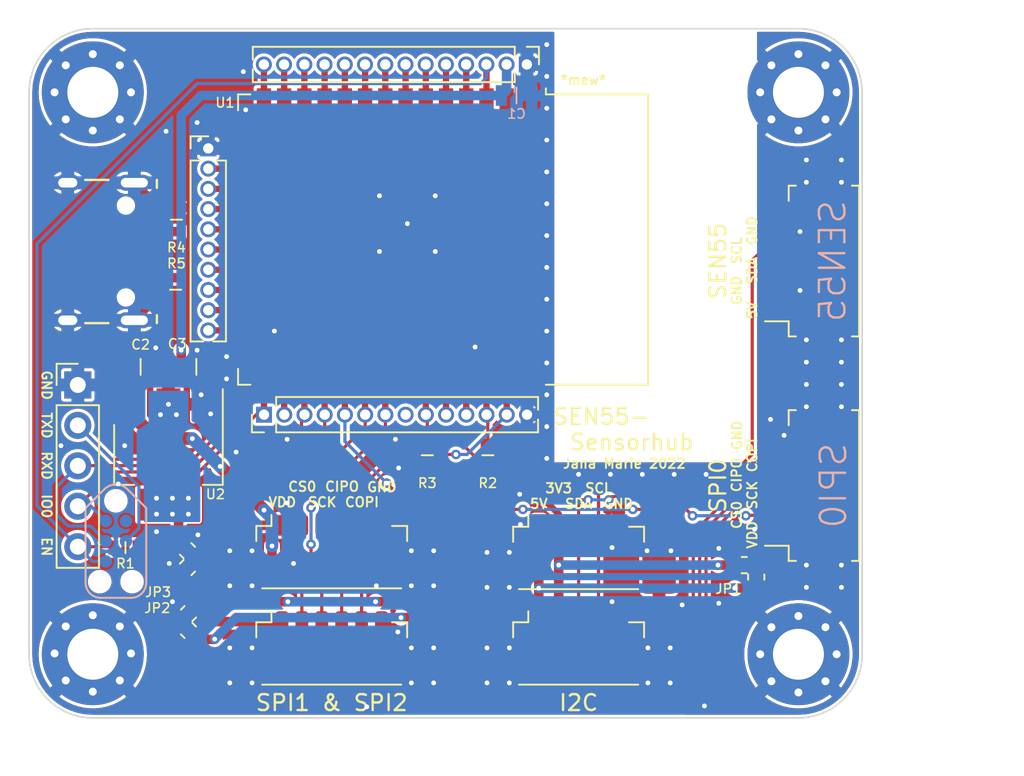
<source format=kicad_pcb>
(kicad_pcb (version 20211014) (generator pcbnew)
  (layers (0 "F.Cu" signal) (31 "B.Cu" signal) (34 "B.Paste" user) (35 "F.Paste" user) (36 "B.SilkS" user "B.Silkscreen") (37 "F.SilkS" user "F.Silkscreen") (38 "B.Mask" user) (39 "F.Mask" user) (44 "Edge.Cuts" user))
  (net 0 "")
  (net 1 "VCC")
  (net 2 "GND")
  (net 3 "+5V")
  (net 4 "EN")
  (net 5 "IO0")
  (net 6 "RXD")
  (net 7 "TXD")
  (net 8 "SDA")
  (net 9 "SCL")
  (net 10 "CS0")
  (net 11 "SCK")
  (net 12 "CIPO")
  (net 13 "COPI")
  (net 14 "Net-(J5-PadA5)")
  (net 18 "Net-(J5-PadB5)")
  (net 22 "CS1")
  (net 23 "CS2")
  (net 25 "ADC1_CH0")
  (net 26 "ADC1_CH3")
  (net 27 "ADC1_CH6")
  (net 28 "ADC1_CH7")
  (net 29 "ADC1_CH4")
  (net 30 "ADC1_CH5")
  (net 31 "IO25")
  (net 32 "IO26")
  (net 33 "IO27")
  (net 34 "IO14")
  (net 35 "IO12")
  (net 36 "IO13")
  (net 37 "IO15")
  (net 38 "IO2")
  (net 39 "IO4")
  (net 41 "SHD")
  (net 42 "SWP")
  (net 43 "SCS")
  (net 44 "SDO")
  (net 45 "SDI")
  (net 46 "unconnected-(J11-Pad8)")
  (net 48 "Net-(JP1-Pad2)")
  (net 49 "Net-(JP2-Pad2)")
  (net 50 "Net-(JP3-Pad2)")
  (net 51 "CLK")
  (footprint "MountingHole:MountingHole_3.2mm_M3_Pad_Via" (layer "F.Cu") (at 104 104)
    (fp_text reference "H2" hide)
    (fp_text value "M3")
  )
  (footprint "otter:R_0603" (layer "F.Cu") (at 109.25 112 90)
    (fp_text reference "R4")
    (fp_text value "5k1" hide)
  )
  (footprint "otter:R_0603" (layer "F.Cu") (at 125 126.8 90)
    (fp_text reference "R3")
    (fp_text value "5k1" hide)
  )
  (footprint "Connector_Molex:Molex_PicoBlade_53261-0671_1x06-1MP_P1.25mm_Horizontal" (layer "F.Cu") (at 149.4 114.6 90)
    (fp_text reference "J2" hide)
    (fp_text value "SEN55")
  )
  (footprint "Connector_PinHeader_1.27mm:PinHeader_1x10_P1.27mm_Vertical" (layer "F.Cu") (at 111.25 107.525)
    (fp_text reference "J10" hide)
    (fp_text value "B")
  )
  (footprint "Connector_PinHeader_1.27mm:PinHeader_1x14_P1.27mm_Vertical" (layer "F.Cu") (at 114.75 124.250001 90)
    (fp_text reference "J11" hide)
    (fp_text value "C")
  )
  (footprint "Connector_Molex:Molex_PicoBlade_53398-0571_1x05-1MP_P1.25mm_Vertical" (layer "F.Cu") (at 134.5 132.5)
    (fp_text reference "J4" hide)
    (fp_text value "I2C")
  )
  (footprint "RF_Module:ESP32-WROOM-32" (layer "F.Cu") (at 123 113.25 -90)
    (fp_text reference "U1")
    (fp_text value "ESP32-WROOM-32")
  )
  (footprint "otter:R_0603" (layer "F.Cu") (at 128.8 126.8 90)
    (fp_text reference "R2")
    (fp_text value "5k1" hide)
  )
  (footprint "otter:J_0603_90" (layer "F.Cu") (at 144.9 133.7 180)
    (fp_text reference "JP1")
    (fp_text value "JP")
  )
  (footprint "Connector_PinHeader_2.54mm:PinHeader_1x05_P2.54mm_Vertical" (layer "F.Cu") (at 103.058666 122.383635)
    (fp_text reference "J1" hide)
    (fp_text value "Prog")
  )
  (footprint "MountingHole:MountingHole_3.2mm_M3_Pad_Via" (layer "F.Cu") (at 148.3 104)
    (fp_text reference "H1" hide)
    (fp_text value "M3")
  )
  (footprint "Connector_Molex:Molex_PicoBlade_53261-0671_1x06-1MP_P1.25mm_Horizontal" (layer "F.Cu") (at 149.4 128.7 90)
    (fp_text reference "J3" hide)
    (fp_text value "SPI0")
  )
  (footprint "MountingHole:MountingHole_3.2mm_M3_Pad_Via" (layer "F.Cu") (at 104 139.25)
    (fp_text reference "H4" hide)
    (fp_text value "M3")
  )
  (footprint "Connector_PinHeader_1.27mm:PinHeader_1x14_P1.27mm_Vertical" (layer "F.Cu") (at 131.25 102.249999 -90)
    (fp_text reference "J9" hide)
    (fp_text value "A")
  )
  (footprint "Package_TO_SOT_SMD:SOT-223-3_TabPin2" (layer "F.Cu") (at 108.75 126.75 -90)
    (fp_text reference "U2")
    (fp_text value "AMS1117-3.3")
  )
  (footprint "MountingHole:MountingHole_3.2mm_M3_Pad_Via" (layer "F.Cu") (at 148.3 139.3)
    (fp_text reference "H3" hide)
    (fp_text value "M3")
  )
  (footprint "Connector_Molex:Molex_PicoBlade_53398-0671_1x06-1MP_P1.25mm_Vertical" (layer "F.Cu") (at 119 132.45)
    (fp_text reference "J8" hide)
    (fp_text value "SPI2")
  )
  (footprint "otter:R_0603" (layer "F.Cu") (at 109.2 116.4 -90)
    (fp_text reference "R5")
    (fp_text value "5k1" hide)
  )
  (footprint "otter:J_0603_90" (layer "F.Cu") (at 110.006847 137.806847 -45)
    (fp_text reference "JP2")
    (fp_text value "JP")
  )
  (footprint "otter:USB-C 16Pin" (layer "F.Cu") (at 107.522501 114 -90)
    (fp_text reference "J5" hide)
    (fp_text value "USB Power")
  )
  (footprint "otter:J_0603_90" (layer "F.Cu") (at 109.943153 132.796186 135)
    (fp_text reference "JP3")
    (fp_text value "JP")
  )
  (footprint "Connector_Molex:Molex_PicoBlade_53398-0671_1x06-1MP_P1.25mm_Vertical" (layer "F.Cu") (at 119 138.500001)
    (fp_text reference "J7" hide)
    (fp_text value "SPI1")
  )
  (footprint "otter:C_0805" (layer "F.Cu") (at 110.5 121.25)
    (fp_text reference "C3")
    (fp_text value "1u" hide)
  )
  (footprint "Connector_Molex:Molex_PicoBlade_53398-0571_1x05-1MP_P1.25mm_Vertical" (layer "F.Cu") (at 134.5 138.5)
    (fp_text reference "J6" hide)
    (fp_text value "I2C")
  )
  (footprint "otter:R_0603" (layer "F.Cu") (at 106.05 132.6 180)
    (fp_text reference "R1")
    (fp_text value "5k1" hide)
  )
  (footprint "otter:C_0805" (layer "F.Cu") (at 107 121.25)
    (fp_text reference "C2")
    (fp_text value "1u" hide)
  )
  (footprint "otter:TC2030" (layer "B.Cu") (at 105.45 132.2 -90)
    (fp_text reference "P1" hide)
    (fp_text value "TC2030-CTX-Tag-Connect-ESP32" hide)
  )
  (footprint "otter:C_0805" (layer "B.Cu") (at 130.6 104.2)
    (fp_text reference "C1")
    (fp_text value "1u" hide)
  )
  (gr_line (start 104 143.3) (end 148.3 143.3) (layer "Edge.Cuts") (width 0.1))
  (gr_line (start 104 100) (end 148.3 100) (layer "Edge.Cuts") (width 0.1))
  (gr_line (start 152.3 104) (end 152.3 139.3) (layer "Edge.Cuts") (width 0.1))
  (gr_arc (start 104 143.3) (mid 101.171573 142.128427) (end 100 139.3) (layer "Edge.Cuts") (width 0.1))
  (gr_arc (start 152.3 139.3) (mid 151.128427 142.128427) (end 148.3 143.3) (layer "Edge.Cuts") (width 0.1))
  (gr_line (start 100 104) (end 100 139.3) (layer "Edge.Cuts") (width 0.1))
  (gr_arc (start 148.3 100) (mid 151.128427 101.171573) (end 152.3 104) (layer "Edge.Cuts") (width 0.1))
  (gr_arc (start 100 104) (mid 101.171573 101.171573) (end 104 100) (layer "Edge.Cuts") (width 0.1))
  (gr_text "SEN55" (at 150.45 114.6 90) (layer "B.SilkS") (effects (font (size 1.6 1.6)) (justify mirror)))
  (gr_text "SPI0" (at 150.5 128.7 90) (layer "B.SilkS") (effects (font (size 1.6 1.6)) (justify mirror)))
  (gr_text "GND" (at 144.423672 116.45 90) (layer "F.SilkS") (effects (font (size 0.6 0.6) (thickness 0.12))))
  (gr_text "TXD" (at 101.1 124.925 270) (layer "F.SilkS") (effects (font (size 0.6 0.6) (thickness 0.12))))
  (gr_text "SPI0\n" (at 143.25 128.7 90) (layer "F.SilkS") (effects (font (size 1 1))))
  (gr_text "I2C" (at 134.5 142.35) (layer "F.SilkS") (effects (font (size 1 1))))
  (gr_text "GND\n" (at 137 129.85) (layer "F.SilkS") (effects (font (size 0.6 0.6) (thickness 0.12))))
  (gr_text "SDA" (at 134.5 129.85) (layer "F.SilkS") (effects (font (size 0.6 0.6) (thickness 0.12))))
  (gr_text "GND\n" (at 122.15 128.8) (layer "F.SilkS") (effects (font (size 0.6 0.6) (thickness 0.12))))
  (gr_text "5V" (at 132 129.85) (layer "F.SilkS") (effects (font (size 0.6 0.6) (thickness 0.12))))
  (gr_text "SEN55\n" (at 143.25 114.6 90) (layer "F.SilkS") (effects (font (size 1 1))))
  (gr_text "SCK\n" (at 118.4 129.75) (layer "F.SilkS") (effects (font (size 0.6 0.6) (thickness 0.12))))
  (gr_text "3V3" (at 133.25 128.873671) (layer "F.SilkS") (effects (font (size 0.6 0.6) (thickness 0.12))))
  (gr_text "5V" (at 145.4 117.7 90) (layer "F.SilkS") (effects (font (size 0.6 0.6) (thickness 0.12))))
  (gr_text "Jana Marie 2022" (at 137.375 127.325) (layer "F.SilkS") (effects (font (size 0.6 0.6) (thickness 0.12))))
  (gr_text "COPI" (at 120.9 129.75) (layer "F.SilkS") (effects (font (size 0.6 0.6) (thickness 0.12))))
  (gr_text "SCK\n" (at 145.4 129.3 90) (layer "F.SilkS") (effects (font (size 0.6 0.6) (thickness 0.12))))
  (gr_text "CS0" (at 144.423672 130.55 90) (layer "F.SilkS") (effects (font (size 0.6 0.6) (thickness 0.12))))
  (gr_text "SCL\n" (at 135.75 128.869484) (layer "F.SilkS") (effects (font (size 0.6 0.6) (thickness 0.12))))
  (gr_text "RXD" (at 101.1 127.45 270) (layer "F.SilkS") (effects (font (size 0.6 0.6) (thickness 0.12))))
  (gr_text "CIPO" (at 119.65 128.769484) (layer "F.SilkS") (effects (font (size 0.6 0.6) (thickness 0.12))))
  (gr_text "GND\n" (at 144.45 125.55 90) (layer "F.SilkS") (effects (font (size 0.6 0.6) (thickness 0.12))))
  (gr_text "SDA" (at 145.4 115.2 90) (layer "F.SilkS") (effects (font (size 0.6 0.6) (thickness 0.12))))
  (gr_text "*mew*" (at 134.8 103.225) (layer "F.SilkS") (effects (font (size 0.6 0.6) (thickness 0.12))))
  (gr_text "CS0" (at 117.15 128.773672) (layer "F.SilkS") (effects (font (size 0.6 0.6) (thickness 0.12))))
  (gr_text "GND" (at 101.1 122.4 270) (layer "F.SilkS") (effects (font (size 0.6 0.6) (thickness 0.12))))
  (gr_text "EN" (at 101.1 132.55 270) (layer "F.SilkS") (effects (font (size 0.6 0.6) (thickness 0.12))))
  (gr_text "IO0" (at 101.1 130 270) (layer "F.SilkS") (effects (font (size 0.6 0.6) (thickness 0.12))))
  (gr_text "VDD" (at 145.4 131.8 90) (layer "F.SilkS") (effects (font (size 0.6 0.6) (thickness 0.12))))
  (gr_text "VDD" (at 115.9 129.75) (layer "F.SilkS") (effects (font (size 0.6 0.6) (thickness 0.12))))
  (gr_text "SPI1 & SPI2" (at 119 142.35) (layer "F.SilkS") (effects (font (size 1 1))))
  (gr_text "SCL\n" (at 144.419484 113.95 90) (layer "F.SilkS") (effects (font (size 0.6 0.6) (thickness 0.12))))
  (gr_text "CIPO" (at 144.419484 128.05 90) (layer "F.SilkS") (effects (font (size 0.6 0.6) (thickness 0.12))))
  (gr_text "COPI" (at 145.4 126.8 90) (layer "F.SilkS") (effects (font (size 0.6 0.6) (thickness 0.12))))
  (gr_text "SEN55-\n     Sensorhub" (at 135.925 125.175) (layer "F.SilkS") (effects (font (size 1 1))))
  (gr_text "GND\n" (at 145.4 112.7 90) (layer "F.SilkS") (effects (font (size 0.6 0.6) (thickness 0.12))))
  (segment (start 133.25 138.2) (end 133.25 137.25) (width 0.6) (layer "F.Cu") (net 1))
  (segment (start 129.985 102.254999) (end 129.98 102.249999) (width 0.4) (layer "F.Cu") (net 1))
  (segment (start 130.3 127.55) (end 133.25 130.5) (width 0.4) (layer "F.Cu") (net 1))
  (segment (start 109.386306 129.886306) (end 109 129.5) (width 0.6) (layer "F.Cu") (net 1))
  (segment (start 131.45 138.6) (end 132.85 138.6) (width 0.6) (layer "F.Cu") (net 1))
  (segment (start 110.563694 138.363694) (end 108.813694 138.363694) (width 0.6) (layer "F.Cu") (net 1))
  (segment (start 129.85 137) (end 131.45 138.6) (width 0.6) (layer "F.Cu") (net 1))
  (segment (start 107.9 137.45) (end 107.9 132.6) (width 0.6) (layer "F.Cu") (net 1))
  (segment (start 111.636306 138.363694) (end 111.65 138.35) (width 0.6) (layer "F.Cu") (net 1))
  (segment (start 143.25 133.7) (end 144.1125 133.7) (width 0.6) (layer "F.Cu") (net 1))
  (segment (start 109.55 120.2) (end 109.55 121.25) (width 0.6) (layer "F.Cu") (net 1))
  (segment (start 106.8 132.6) (end 108.35 132.6) (width 0.6) (layer "F.Cu") (net 1))
  (segment (start 133.25 131.25) (end 133.25 133.7) (width 0.6) (layer "F.Cu") (net 1))
  (segment (start 133.25 131.25) (end 133.25 130.86073) (width 0.6) (layer "F.Cu") (net 1))
  (segment (start 108.813694 138.363694) (end 107.9 137.45) (width 0.6) (layer "F.Cu") (net 1))
  (segment (start 128.8 127.55) (end 130.3 127.55) (width 0.4) (layer "F.Cu") (net 1))
  (segment (start 107.9 132.6) (end 108.35 132.6) (width 0.6) (layer "F.Cu") (net 1))
  (segment (start 133.25 130.5) (end 133.25 131.25) (width 0.4) (layer "F.Cu") (net 1))
  (segment (start 108.75 122.35) (end 109.55 121.55) (width 0.8) (layer "F.Cu") (net 1))
  (segment (start 110.563694 138.363694) (end 111.636306 138.363694) (width 0.6) (layer "F.Cu") (net 1))
  (segment (start 132.85 138.6) (end 133.25 138.2) (width 0.6) (layer "F.Cu") (net 1))
  (segment (start 109.55 121.55) (end 109.55 121.25) (width 0.8) (layer "F.Cu") (net 1))
  (segment (start 108.35 132.6) (end 109.025645 132.6) (width 0.6) (layer "F.Cu") (net 1))
  (segment (start 109.025645 132.6) (end 109.386306 132.239339) (width 0.6) (layer "F.Cu") (net 1))
  (segment (start 123.35 137) (end 129.85 137) (width 0.6) (layer "F.Cu") (net 1))
  (segment (start 109.386306 132.313694) (end 109.386306 132.239339) (width 0.6) (layer "F.Cu") (net 1))
  (segment (start 133.25 137.25) (end 133.25 133.7) (width 0.6) (layer "F.Cu") (net 1))
  (segment (start 109.386306 132.239339) (end 109.386306 129.886306) (width 0.6) (layer "F.Cu") (net 1))
  (segment (start 125 127.55) (end 128.8 127.55) (width 0.4) (layer "F.Cu") (net 1))
  (segment (start 108.75 123.6) (end 108.75 122.35) (width 0.8) (layer "F.Cu") (net 1))
  (segment (start 129.985 104.75) (end 129.985 102.254999) (width 0.4) (layer "F.Cu") (net 1))
  (via (at 109 129.5) (size 0.6) (drill 0.3) (layers "F.Cu" "B.Cu") (net 1))
  (via (at 110 130.5) (size 0.6) (drill 0.3) (layers "F.Cu" "B.Cu") (net 1))
  (via (at 109 130.5) (size 0.6) (drill 0.3) (layers "F.Cu" "B.Cu") (net 1))
  (via (at 133.25 133.7) (size 0.6) (drill 0.3) (layers "F.Cu" "B.Cu") (net 1))
  (via (at 108 129.5) (size 0.6) (drill 0.3) (layers "F.Cu" "B.Cu") (net 1))
  (via (at 109.25 124.25) (size 0.6) (drill 0.3) (layers "F.Cu" "B.Cu") (net 1))
  (via (at 110 129.5) (size 0.6) (drill 0.3) (layers "F.Cu" "B.Cu") (net 1))
  (via (at 111.65 138.35) (size 0.6) (drill 0.3) (layers "F.Cu" "B.Cu") (net 1))
  (via (at 108.75 123.6) (size 0.6) (drill 0.3) (layers "F.Cu" "B.Cu") (net 1))
  (via (at 123.35 137) (size 0.6) (drill 0.3) (layers "F.Cu" "B.Cu") (net 1))
  (via (at 143.25 133.7) (size 0.6) (drill 0.3) (layers "F.Cu" "B.Cu") (net 1))
  (via (at 108.25 124.25) (size 0.6) (drill 0.3) (layers "F.Cu" "B.Cu") (net 1))
  (via (at 108 130.5) (size 0.6) (drill 0.3) (layers "F.Cu" "B.Cu") (net 1))
  (via (at 109.55 120.2) (size 0.6) (drill 0.3) (layers "F.Cu" "B.Cu") (net 1))
  (segment (start 111.65 138.35) (end 113 137) (width 0.6) (layer "B.Cu") (net 1))
  (segment (start 117.15 137) (end 123.35 137) (width 0.6) (layer "B.Cu") (net 1))
  (segment (start 113 137) (end 117.15 137) (width 0.6) (layer "B.Cu") (net 1))
  (segment (start 108.75 123.6) (end 108.75 130.25) (width 0.8) (layer "B.Cu") (net 1))
  (segment (start 129.98 103.87) (end 129.98 102.249999) (width 0.6) (layer "B.Cu") (net 1))
  (segment (start 110.8 104.2) (end 109.55 105.45) (width 0.6) (layer "B.Cu") (net 1))
  (segment (start 129.65 104.2) (end 110.8 104.2) (width 0.6) (layer "B.Cu") (net 1))
  (segment (start 143.25 133.7) (end 133.25 133.7) (width 0.6) (layer "B.Cu") (net 1))
  (segment (start 109.55 105.45) (end 109.55 120.2) (width 0.6) (layer "B.Cu") (net 1))
  (segment (start 129.65 104.2) (end 129.98 103.87) (width 0.6) (layer "B.Cu") (net 1))
  (segment (start 108.75 130.25) (end 109 130.5) (width 0.8) (layer "B.Cu") (net 1))
  (segment (start 111.25 107.525) (end 113.735 107.525) (width 0.4) (layer "F.Cu") (net 2))
  (segment (start 113.735 107.525) (end 113.745 107.535) (width 0.4) (layer "F.Cu") (net 2))
  (segment (start 122 110.5) (end 121 109.5) (width 0.8) (layer "F.Cu") (net 2))
  (segment (start 123.755 112.255) (end 125.5 114) (width 0.8) (layer "F.Cu") (net 2))
  (segment (start 123.755 112.25) (end 123.755 112.245) (width 0.8) (layer "F.Cu") (net 2))
  (segment (start 123.755 112.25) (end 123.755 112.255) (width 0.8) (layer "F.Cu") (net 2))
  (segment (start 123.755 112.25) (end 123.75 112.25) (width 0.8) (layer "F.Cu") (net 2))
  (segment (start 106.607501 118.32) (end 106.607501 118.115) (width 0.8) (layer "F.Cu") (net 2))
  (segment (start 106.607501 109.68) (end 106.607501 109.885) (width 0.8) (layer "F.Cu") (net 2))
  (segment (start 106.607501 109.885) (end 107.42299 110.700489) (width 0.8) (layer "F.Cu") (net 2))
  (segment (start 106.607501 118.115) (end 107.42299 117.299511) (width 0.8) (layer "F.Cu") (net 2))
  (segment (start 123.755 112.245) (end 125.5 110.5) (width 0.8) (layer "F.Cu") (net 2))
  (segment (start 123.75 112.25) (end 122 114) (width 0.8) (layer "F.Cu") (net 2))
  (segment (start 125.5 110.5) (end 126.75 109.25) (width 0.8) (layer "F.Cu") (net 2))
  (segment (start 123.75 112.25) (end 122 110.5) (width 0.8) (layer "F.Cu") (net 2))
  (segment (start 131.255 121.75) (end 131.255 124.245001) (width 0.4) (layer "F.Cu") (net 2))
  (segment (start 122 114) (end 120.75 115.25) (width 0.8) (layer "F.Cu") (net 2))
  (segment (start 131.255 104.75) (end 131.255 102.254999) (width 0.4) (layer "F.Cu") (net 2))
  (segment (start 131.255 102.254999) (end 131.25 102.249999) (width 0.4) (layer "F.Cu") (net 2))
  (segment (start 109.2 117.15) (end 107.572501 117.15) (width 0.4) (layer "F.Cu") (net 2))
  (segment (start 125.5 114) (end 126.75 115.25) (width 0.8) (layer "F.Cu") (net 2))
  (segment (start 131.255 124.245001) (end 131.26 124.250001) (width 0.4) (layer "F.Cu") (net 2))
  (segment (start 107.572501 117.15) (end 107.522501 117.2) (width 0.4) (layer "F.Cu") (net 2))
  (via (at 108.6 106.45) (size 0.6) (drill 0.3) (layers "F.Cu" "B.Cu") (net 2))
  (via (at 112.6 132.8) (size 0.6) (drill 0.3) (layers "F.Cu" "B.Cu") (net 2))
  (via (at 151 108.25) (size 0.6) (drill 0.3) (layers "F.Cu" "B.Cu") (net 2))
  (via (at 112.6 141.1) (size 0.6) (drill 0.3) (layers "F.Cu" "B.Cu") (net 2))
  (via (at 138.85 138.9) (size 0.6) (drill 0.3) (layers "F.Cu" "B.Cu") (net 2))
  (via (at 140.3 132.8) (size 0.6) (drill 0.3) (layers "F.Cu" "B.Cu") (net 2))
  (via (at 125.4 135) (size 0.6) (drill 0.3) (layers "F.Cu" "B.Cu") (net 2))
  (via (at 124 132.8) (size 0.6) (drill 0.3) (layers "F.Cu" "B.Cu") (net 2))
  (via (at 146.55 124.55) (size 0.6) (drill 0.3) (layers "F.Cu" "B.Cu") (net 2))
  (via (at 108 131.6) (size 0.6) (drill 0.3) (layers "F.Cu" "B.Cu") (net 2))
  (via (at 132.5 107) (size 0.6) (drill 0.3) (layers "F.Cu" "B.Cu") (net 2))
  (via (at 136.6 136) (size 0.6) (drill 0.3) (layers "F.Cu" "B.Cu") (net 2))
  (via (at 125.5 110.5) (size 0.6) (drill 0.3) (layers "F.Cu" "B.Cu") (net 2))
  (via (at 115.4 119) (size 0.6) (drill 0.3) (layers "F.Cu" "B.Cu") (net 2))
  (via (at 110.6 131.8) (size 0.6) (drill 0.3) (layers "F.Cu" "B.Cu") (net 2))
  (via (at 148.8 135.099999) (size 0.6) (drill 0.3) (layers "F.Cu" "B.Cu") (net 2))
  (via (at 130.15 135.1) (size 0.6) (drill 0.3) (layers "F.Cu" "B.Cu") (net 2))
  (via (at 107.95 120.05) (size 0.6) (drill 0.3) (layers "F.Cu" "B.Cu") (net 2))
  (via (at 116.6 133.6) (size 0.6) (drill 0.3) (layers "F.Cu" "B.Cu") (net 2))
  (via (at 130.15 132.9) (size 0.6) (drill 0.3) (layers "F.Cu" "B.Cu") (net 2))
  (via (at 102 126.2) (size 0.6) (drill 0.3) (layers "F.Cu" "B.Cu") (net 2))
  (via (at 132.5 113) (size 0.6) (drill 0.3) (layers "F.Cu" "B.Cu") (net 2))
  (via (at 130.15 141.1) (size 0.6) (drill 0.3) (layers "F.Cu" "B.Cu") (net 2))
  (via (at 114 132.8) (size 0.6) (drill 0.3) (layers "F.Cu" "B.Cu") (net 2))
  (via (at 113.45 102.7) (size 0.6) (drill 0.3) (layers "F.Cu" "B.Cu") (net 2))
  (via (at 132.5 115) (size 0.6) (drill 0.3) (layers "F.Cu" "B.Cu") (net 2))
  (via (at 138.8 132.8) (size 0.6) (drill 0.3) (layers "F.Cu" "B.Cu") (net 2))
  (via (at 114 141.1) (size 0.6) (drill 0.3) (layers "F.Cu" "B.Cu") (net 2))
  (via (at 114 135) (size 0.6) (drill 0.3) (layers "F.Cu" "B.Cu") (net 2))
  (via (at 108.8 133.6) (size 0.6) (drill 0.3) (layers "F.Cu" "B.Cu") (net 2))
  (via (at 140.5 128) (size 0.6) (drill 0.3) (layers "F.Cu" "B.Cu") (net 2))
  (via (at 150.999999 135.1) (size 0.6) (drill 0.3) (layers "F.Cu" "B.Cu") (net 2))
  (via (at 136.5 128) (size 0.6) (drill 0.3) (layers "F.Cu" "B.Cu") (net 2))
  (via (at 109 136) (size 0.6) (drill 0.3) (layers "F.Cu" "B.Cu") (net 2))
  (via (at 106 126.2) (size 0.6) (drill 0.3) (layers "F.Cu" "B.Cu") (net 2))
  (via (at 123 125.8) (size 0.6) (drill 0.3) (layers "F.Cu" "B.Cu") (net 2))
  (via (at 132.5 117) (size 0.6) (drill 0.3) (layers "F.Cu" "B.Cu") (net 2))
  (via (at 110.55 120.2) (size 0.6) (drill 0.3) (layers "F.Cu" "B.Cu") (net 2))
  (via (at 124 141.1) (size 0.6) (drill 0.3) (layers "F.Cu" "B.Cu") (net 2))
  (via (at 123.15 137.9) (size 0.6) (drill 0.3) (layers "F.Cu" "B.Cu") (net 2))
  (via (at 132.5 127) (size 0.6) (drill 0.3) (layers "F.Cu" "B.Cu") (net 2))
  (via (at 132.5 123) (size 0.6) (drill 0.3) (layers "F.Cu" "B.Cu") (net 2))
  (via (at 132.5 119) (size 0.6) (drill 0.3) (layers "F.Cu" "B.Cu") (net 2))
  (via (at 125.5 114) (size 0.6) (drill 0.3) (layers "F.Cu" "B.Cu") (net 2))
  (via (at 150.999999 120.95) (size 0.6) (drill 0.3) (layers "F.Cu" "B.Cu") (net 2))
  (via (at 128.75 141.1) (size 0.6) (drill 0.3) (layers "F.Cu" "B.Cu") (net 2))
  (via (at 125.4 141.1) (size 0.6) (drill 0.3) (layers "F.Cu" "B.Cu") (net 2))
  (via (at 143.3 132.65) (size 0.6) (drill 0.3) (layers "F.Cu" "B.Cu") (net 2))
  (via (at 130.85 131.15) (size 0.6) (drill 0.3) (layers "F.Cu" "B.Cu") (net 2))
  (via (at 130.8 129.25) (size 0.6) (drill 0.3) (layers "F.Cu" "B.Cu") (net 2))
  (via (at 113 126.6) (size 0.6) (drill 0.3) (layers "F.Cu" "B.Cu") (net 2))
  (via (at 148.4 116.45) (size 0.6) (drill 0.3) (layers "F.Cu" "B.Cu") (net 2))
  (via (at 148.4 112.75) (size 0.6) (drill 0.3) (layers "F.Cu" "B.Cu") (net 2))
  (via (at 110.8 123) (size 0.6) (drill 0.3) (layers "F.Cu" "B.Cu") (net 2))
  (via (at 105.6 128.6) (size 0.6) (drill 0.3) (layers "F.Cu" "B.Cu") (net 2))
  (via (at 150.999999 109.65) (size 0.6) (drill 0.3) (layers "F.Cu" "B.Cu") (net 2))
  (via (at 130.15 138.9) (size 0.6) (drill 0.3) (layers "F.Cu" "B.Cu") (net 2))
  (via (at 151 122.35) (size 0.6) (drill 0.3) (layers "F.Cu" "B.Cu") (net 2))
  (via (at 113.6 105.1) (size 0.6) (drill 0.3) (layers "F.Cu" "B.Cu") (net 2))
  (via (at 116.2 125.8) (size 0.6) (drill 0.3) (layers "F.Cu" "B.Cu") (net 2))
  (via (at 132.5 121) (size 0.6) (drill 0.3) (layers "F.Cu" "B.Cu") (net 2))
  (via (at 151 133.7) (size 0.6) (drill 0.3) (layers "F.Cu" "B.Cu") (net 2))
  (via (at 142.4 142.55) (size 0.6) (drill 0.3) (layers "F.Cu" "B.Cu") (net 2))
  (via (at 148.8 120.949999) (size 0.6) (drill 0.3) (layers "F.Cu" "B.Cu") (net 2))
  (via (at 141 136.2) (size 0.6) (drill 0.3) (layers "F.Cu" "B.Cu") (net 2))
  (via (at 132.5 111) (size 0.6) (drill 0.3) (layers "F.Cu" "B.Cu") (net 2))
  (via (at 140.25 138.9) (size 0.6) (drill 0.3) (layers "F.Cu" "B.Cu") (net 2))
  (via (at 148.8 109.649999) (size 0.6) (drill 0.3) (layers "F.Cu" "B.Cu") (net 2))
  (via (at 124 135) (size 0.6) (drill 0.3) (layers "F.Cu" "B.Cu") (net 2))
  (via (at 148.8 123.749999) (size 0.6) (drill 0.3) (layers "F.Cu" "B.Cu") (net 2))
  (via (at 148.8 108.25) (size 0.6) (drill 0.3) (layers "F.Cu" "B.Cu") (net 2))
  (via (at 132.5 105) (size 0.6) (drill 0.3) (layers "F.Cu" "B.Cu") (net 2))
  (via (at 138.85 141.1) (size 0.6) (drill 0.3) (layers "F.Cu" "B.Cu") (net 2))
  (via (at 122 114) (size 0.6) (drill 0.3) (layers "F.Cu" "B.Cu") (net 2))
  (via (at 145.55 131.45) (size 0.6) (drill 0.3) (layers "F.Cu" "B.Cu") (net 2))
  (via (at 125.4 138.9) (size 0.6) (drill 0.3) (layers "F.Cu" "B.Cu") (net 2))
  (via (at 112.4 122) (size 0.6) (drill 0.3) (layers "F.Cu" "B.Cu") (net 2))
  (via (at 125.4 132.8) (size 0.6) (drill 0.3) (layers "F.Cu" "B.Cu") (net 2))
  (via (at 132.5 109) (size 0.6) (drill 0.3) (layers "F.Cu" "B.Cu") (net 2))
  (via (at 123.75 112.25) (size 0.6) (drill 0.3) (layers "F.Cu" "B.Cu") (net 2))
  (via (at 122 110.5) (size 0.6) (drill 0.3) (layers "F.Cu" "B.Cu") (net 2))
  (via (at 138.5 128) (size 0.6) (drill 0.3) (layers "F.Cu" "B.Cu") (net 2))
  (via (at 110.55 105.9) (size 0.6) (drill 0.3) (layers "F.Cu" "B.Cu") (net 2))
  (via (at 128.75 135.1) (size 0.6) (drill 0.3) (layers "F.Cu" "B.Cu") (net 2))
  (via (at 151 119.55) (size 0.6) (drill 0.3) (layers "F.Cu" "B.Cu") (net 2))
  (via (at 128 120) (size 0.6) (drill 0.3) (layers "F.Cu" "B.Cu") (net 2))
  (via (at 148.8 119.55) (size 0.6) (drill 0.3) (layers "F.Cu" "B.Cu") (net 2))
  (via (at 128.75 138.9) (size 0.6) (drill 0.3) (layers "F.Cu" "B.Cu") (net 2))
  (via (at 114 138.9) (size 0.6) (drill 0.3) (layers "F.Cu" "B.Cu") (net 2))
  (via (at 148.8 133.7) (size 0.6) (drill 0.3) (layers "F.Cu" "B.Cu") (net 2))
  (via (at 136.6 132.6) (size 0.6) (drill 0.3) (layers "F.Cu" "B.Cu") (net 2))
  (via (at 140.25 141.1) (size 0.6) (drill 0.3) (layers "F.Cu" "B.Cu") (net 2))
  (via (at 134.5 128) (size 0.6) (drill 0.3) (layers "F.Cu" "B.Cu") (net 2))
  (via (at 150.999999 123.75) (size 0.6) (drill 0.3) (layers "F.Cu" "B.Cu") (net 2))
  (via (at 123.2 127.6) (size 0.6) (drill 0.3) (layers "F.Cu" "B.Cu") (net 2))
  (via (at 147.4 125.55) (size 0.6) (drill 0.3) (layers "F.Cu" "B.Cu") (net 2))
  (via (at 132.5 101) (size 0.6) (drill 0.3) (layers "F.Cu" "B.Cu") (net 2))
  (via (at 112.6 135) (size 0.6) (drill 0.3) (layers "F.Cu" "B.Cu") (net 2))
  (via (at 112.6 138.9) (size 0.6) (drill 0.3) (layers "F.Cu" "B.Cu") (net 2))
  (via (at 142.5 128) (size 0.6) (drill 0.3) (layers "F.Cu" "B.Cu") (net 2))
  (via (at 132.5 125) (size 0.6) (drill 0.3) (layers "F.Cu" "B.Cu") (net 2))
  (via (at 132.5 103) (size 0.6) (drill 0.3) (layers "F.Cu" "B.Cu") (net 2))
  (via (at 143.3 136.1) (size 0.6) (drill 0.3) (layers "F.Cu" "B.Cu") (net 2))
  (via (at 128.75 132.9) (size 0.6) (drill 0.3) (layers "F.Cu" "B.Cu") (net 2))
  (via (at 121.8 135) (size 0.6) (drill 0.3) (layers "F.Cu" "B.Cu") (net 2))
  (via (at 124 138.9) (size 0.6) (drill 0.3) (layers "F.Cu" "B.Cu") (net 2))
  (via (at 148.8 122.35) (size 0.6) (drill 0.3) (layers "F.Cu" "B.Cu") (net 2))
  (via (at 112.4 120.6) (size 0.6) (drill 0.3) (layers "F.Cu" "B.Cu") (net 2))
  (via (at 111.4 124.2) (size 0.6) (drill 0.3) (layers "F.Cu" "B.Cu") (net 2))
  (via (at 116.2 129.8) (size 0.6) (drill 0.3) (layers "F.Cu" "B.Cu") (net 2))
  (via (at 121.2 142.6) (size 0.6) (drill 0.3) (layers "F.Cu" "B.Cu") (net 2))
  (segment (start 131.25 103.9) (end 131.25 102.249999) (width 0.6) (layer "B.Cu") (net 2))
  (segment (start 131.55 104.2) (end 131.25 103.9) (width 0.6) (layer "B.Cu") (net 2))
  (segment (start 106.45 124.249022) (end 107.950978 125.75) (width 0.8) (layer "F.Cu") (net 3))
  (segment (start 106.45 121.65) (end 106.05 121.25) (width 0.8) (layer "F.Cu") (net 3))
  (segment (start 104.7 119.9) (end 104.7 116.7) (width 0.8) (layer "F.Cu") (net 3))
  (segment (start 106.68284 116.4) (end 106.28284 116) (width 0.4) (layer "F.Cu") (net 3))
  (segment (start 112 127.5) (end 114.75 130.25) (width 0.8) (layer "F.Cu") (net 3))
  (segment (start 132 136) (end 132 135.15) (width 0.6) (layer "F.Cu") (net 3))
  (segment (start 106.05 121.25) (end 104.7 119.9) (width 0.8) (layer "F.Cu") (net 3))
  (segment (start 107.950978 125.75) (end 110.25 125.75) (width 0.8) (layer "F.Cu") (net 3))
  (segment (start 107.522501 116.4) (end 106.68284 116.4) (width 0.4) (layer "F.Cu") (net 3))
  (segment (start 132 136) (end 121.75 136) (width 0.6) (layer "F.Cu") (net 3))
  (segment (start 106.28284 116) (end 105.4 116) (width 0.4) (layer "F.Cu") (net 3))
  (segment (start 115.5 136) (end 110.753034 136) (width 0.6) (layer "F.Cu") (net 3))
  (segment (start 145.65 135.2375) (end 148.65 132.2375) (width 0.6) (layer "F.Cu") (net 3))
  (segment (start 105.4 111.9) (end 105.4 116) (width 0.6) (layer "F.Cu") (net 3))
  (segment (start 106.45 123.6) (end 106.45 124.249022) (width 0.8) (layer "F.Cu") (net 3))
  (segment (start 132 131.25) (end 132 135.15) (width 0.6) (layer "F.Cu") (net 3))
  (segment (start 106.68284 111.6) (end 106.38284 111.9) (width 0.4) (layer "F.Cu") (net 3))
  (segment (start 115.25 135.75) (end 115.25 132.5) (width 0.6) (layer "F.Cu") (net 3))
  (segment (start 110.563694 136.18934) (end 110.563694 135.591081) (width 0.8) (layer "F.Cu") (net 3))
  (segment (start 145.5625 135.15) (end 145.65 135.2375) (width 0.6) (layer "F.Cu") (net 3))
  (segment (start 147 123.5) (end 147 117.725) (width 0.6) (layer "F.Cu") (net 3))
  (segment (start 116.25 136) (end 115.5 136) (width 0.6) (layer "F.Cu") (net 3))
  (segment (start 104.7 116.7) (end 105.4 116) (width 0.8) (layer "F.Cu") (net 3))
  (segment (start 106.45 123.6) (end 106.45 121.65) (width 0.8) (layer "F.Cu") (net 3))
  (segment (start 132 137.25) (end 132 136) (width 0.6) (layer "F.Cu") (net 3))
  (segment (start 106.38284 111.9) (end 105.4 111.9) (width 0.4) (layer "F.Cu") (net 3))
  (segment (start 144.3 135.15) (end 145.5625 135.15) (width 0.6) (layer "F.Cu") (net 3))
  (segment (start 148.65 132.2375) (end 148.65 125.15) (width 0.6) (layer "F.Cu") (net 3))
  (segment (start 110.563694 135.591081) (end 109.386306 134.413693) (width 0.8) (layer "F.Cu") (net 3))
  (segment (start 107.522501 111.6) (end 106.68284 111.6) (width 0.4) (layer "F.Cu") (net 3))
  (segment (start 148.65 125.15) (end 147 123.5) (width 0.6) (layer "F.Cu") (net 3))
  (segment (start 110.753034 136) (end 110.563694 136.18934) (width 0.6) (layer "F.Cu") (net 3))
  (via (at 115.25 132.5) (size 0.6) (drill 0.3) (layers "F.Cu" "B.Cu") (net 3))
  (via (at 132 135.15) (size 0.6) (drill 0.3) (layers "F.Cu" "B.Cu") (net 3))
  (via (at 112 127.5) (size 0.6) (drill 0.3) (layers "F.Cu" "B.Cu") (net 3))
  (via (at 121.75 136) (size 0.6) (drill 0.3) (layers "F.Cu" "B.Cu") (net 3))
  (via (at 110.25 125.75) (size 0.6) (drill 0.3) (layers "F.Cu" "B.Cu") (net 3))
  (via (at 144.3 135.15) (size 0.6) (drill 0.3) (layers "F.Cu" "B.Cu") (net 3))
  (via (at 114.75 130.25) (size 0.6) (drill 0.3) (layers "F.Cu" "B.Cu") (net 3))
  (via (at 116.25 136) (size 0.6) (drill 0.3) (layers "F.Cu" "B.Cu") (net 3))
  (segment (start 132 135.15) (end 144.3 135.15) (width 0.6) (layer "B.Cu") (net 3))
  (segment (start 121.75 136) (end 116.25 136) (width 0.6) (layer "B.Cu") (net 3))
  (segment (start 110.25 125.75) (end 112 127.5) (width 0.8) (layer "B.Cu") (net 3))
  (segment (start 114.75 130.25) (end 115.25 130.75) (width 0.8) (layer "B.Cu") (net 3))
  (segment (start 115.25 130.75) (end 115.25 132.5) (width 0.8) (layer "B.Cu") (net 3))
  (segment (start 105.243635 132.543635) (end 105.3 132.6) (width 0.2) (layer "F.Cu") (net 4))
  (segment (start 128.715 104.75) (end 128.715 102.254999) (width 0.4) (layer "F.Cu") (net 4))
  (segment (start 128.715 102.254999) (end 128.71 102.249999) (width 0.4) (layer "F.Cu") (net 4))
  (segment (start 103.058666 132.543635) (end 105.243635 132.543635) (width 0.2) (layer "F.Cu") (net 4))
  (segment (start 128.35 103.45) (end 110.55 103.45) (width 0.2) (layer "B.Cu") (net 4))
  (segment (start 128.71 102.249999) (end 128.71 103.09) (width 0.2) (layer "B.Cu") (net 4))
  (segment (start 104.815 133.47) (end 103.985031 133.47) (width 0.2) (layer "B.Cu") (net 4))
  (segment (start 100.5 113.5) (end 100.5 129.984969) (width 0.2) (layer "B.Cu") (net 4))
  (segment (start 110.55 103.45) (end 100.5 113.5) (width 0.2) (layer "B.Cu") (net 4))
  (segment (start 128.71 103.09) (end 128.35 103.45) (width 0.2) (layer "B.Cu") (net 4))
  (segment (start 103.985031 133.47) (end 103.058666 132.543635) (width 0.2) (layer "B.Cu") (net 4))
  (segment (start 100.5 129.984969) (end 103.058666 132.543635) (width 0.2) (layer "B.Cu") (net 4))
  (segment (start 105.212301 127.85) (end 110.660743 127.85) (width 0.2) (layer "F.Cu") (net 5))
  (segment (start 114.745 121.75) (end 114.745 124.245001) (width 0.4) (layer "F.Cu") (net 5))
  (segment (start 103.058666 130.003635) (end 105.212301 127.85) (width 0.2) (layer "F.Cu") (net 5))
  (segment (start 110.660743 127.85) (end 114.260742 124.250001) (width 0.2) (layer "F.Cu") (net 5))
  (segment (start 114.260742 124.250001) (end 114.75 124.250001) (width 0.2) (layer "F.Cu") (net 5))
  (segment (start 114.745 124.245001) (end 114.75 124.250001) (width 0.4) (layer "F.Cu") (net 5))
  (segment (start 103.888635 130.003635) (end 103.058666 130.003635) (width 0.2) (layer "B.Cu") (net 5))
  (segment (start 104.815 130.93) (end 103.888635 130.003635) (width 0.2) (layer "B.Cu") (net 5))
  (segment (start 126.175 121.75) (end 126.175 124.245001) (width 0.4) (layer "F.Cu") (net 6))
  (segment (start 103.058666 127.463635) (end 103.071812 127.450489) (width 0.2) (layer "F.Cu") (net 6))
  (segment (start 126.175 120.55) (end 126.175 121.75) (width 0.2) (layer "F.Cu") (net 6))
  (segment (start 103.071812 127.450489) (end 110.464505 127.450489) (width 0.2) (layer "F.Cu") (net 6))
  (segment (start 126.175 124.245001) (end 126.18 124.250001) (width 0.4) (layer "F.Cu") (net 6))
  (segment (start 110.464505 127.450489) (end 113.650001 124.264991) (width 0.2) (layer "F.Cu") (net 6))
  (segment (start 114.114994 120.25) (end 125.875 120.25) (width 0.2) (layer "F.Cu") (net 6))
  (segment (start 113.65 120.714994) (end 114.114994 120.25) (width 0.2) (layer "F.Cu") (net 6))
  (segment (start 113.650001 124.264991) (end 113.65 120.714994) (width 0.2) (layer "F.Cu") (net 6))
  (segment (start 125.875 120.25) (end 126.175 120.55) (width 0.2) (layer "F.Cu") (net 6))
  (segment (start 104.815 132.2) (end 103.865 131.25) (width 0.2) (layer "B.Cu") (net 6))
  (segment (start 101.75 130.55) (end 101.75 128.772301) (width 0.2) (layer "B.Cu") (net 6))
  (segment (start 102.45 131.25) (end 101.75 130.55) (width 0.2) (layer "B.Cu") (net 6))
  (segment (start 101.75 128.772301) (end 103.058666 127.463635) (width 0.2) (layer "B.Cu") (net 6))
  (segment (start 103.865 131.25) (end 102.45 131.25) (width 0.2) (layer "B.Cu") (net 6))
  (segment (start 113.25049 124.099509) (end 113.25049 120.54951) (width 0.2) (layer "F.Cu") (net 7))
  (segment (start 127.445 121.75) (end 127.445 124.245001) (width 0.4) (layer "F.Cu") (net 7))
  (segment (start 127.445 120.55) (end 127.445 121.75) (width 0.2) (layer "F.Cu") (net 7))
  (segment (start 110.299999 127.05) (end 113.25049 124.099509) (width 0.2) (layer "F.Cu") (net 7))
  (segment (start 105.185031 127.05) (end 110.299999 127.05) (width 0.2) (layer "F.Cu") (net 7))
  (segment (start 113.25049 120.54951) (end 113.95 119.85) (width 0.2) (layer "F.Cu") (net 7))
  (segment (start 127.445 124.245001) (end 127.45 124.250001) (width 0.4) (layer "F.Cu") (net 7))
  (segment (start 126.745 119.85) (end 127.445 120.55) (width 0.2) (layer "F.Cu") (net 7))
  (segment (start 113.95 119.85) (end 126.745 119.85) (width 0.2) (layer "F.Cu") (net 7))
  (segment (start 103.058666 124.923635) (end 105.185031 127.05) (width 0.2) (layer "F.Cu") (net 7))
  (segment (start 106.9 128.764969) (end 103.058666 124.923635) (width 0.2) (layer "B.Cu") (net 7))
  (segment (start 106.085 132.2) (end 106.9 131.385) (width 0.2) (layer "B.Cu") (net 7))
  (segment (start 106.9 131.385) (end 106.9 128.764969) (width 0.2) (layer "B.Cu") (net 7))
  (segment (start 130.256416 126.8) (end 132.805927 129.349511) (width 0.2) (layer "F.Cu") (net 8))
  (segment (start 125 126.05) (end 125 124.340001) (width 0.2) (layer "F.Cu") (net 8))
  (segment (start 145.85 126.85) (end 143.3 129.4) (width 0.2) (layer "F.Cu") (net 8))
  (segment (start 147 115.225) (end 145.975 115.225) (width 0.2) (layer "F.Cu") (net 8))
  (segment (start 134.149511 129.349511) (end 134.5 129.7) (width 0.2) (layer "F.Cu") (net 8))
  (segment (start 124.905 121.75) (end 124.905 124.245001) (width 0.4) (layer "F.Cu") (net 8))
  (segment (start 134.5 131.25) (end 134.5 137.25) (width 0.2) (layer "F.Cu") (net 8))
  (segment (start 134.4 129.6) (end 135.1 129.6) (width 0.2) (layer "F.Cu") (net 8))
  (segment (start 145.975 115.225) (end 145.85 115.35) (width 0.2) (layer "F.Cu") (net 8))
  (segment (start 124.905 124.245001) (end 124.91 124.250001) (width 0.4) (layer "F.Cu") (net 8))
  (segment (start 125 124.340001) (end 124.91 124.250001) (width 0.2) (layer "F.Cu") (net 8))
  (segment (start 134.149511 129.349511) (end 134.4 129.6) (width 0.2) (layer "F.Cu") (net 8))
  (segment (start 132.805927 129.349511) (end 134.149511 129.349511) (width 0.2) (layer "F.Cu") (net 8))
  (segment (start 136.6 129.4) (end 136.4 129.6) (width 0.2) (layer "F.Cu") (net 8))
  (segment (start 134.5 129.7) (end 134.5 131.25) (width 0.2) (layer "F.Cu") (net 8))
  (segment (start 127.15 126.05) (end 127.9 126.8) (width 0.2) (layer "F.Cu") (net 8))
  (segment (start 127.9 126.8) (end 130.256416 126.8) (width 0.2) (layer "F.Cu") (net 8))
  (segment (start 143.3 129.4) (end 136.6 129.4) (width 0.2) (layer "F.Cu") (net 8))
  (segment (start 145.85 115.35) (end 145.85 126.85) (width 0.2) (layer "F.Cu") (net 8))
  (segment (start 125 126.05) (end 127.15 126.05) (width 0.2) (layer "F.Cu") (net 8))
  (via (at 136.4 129.6) (size 0.6) (drill 0.3) (layers "F.Cu" "B.Cu") (net 8))
  (via (at 135.1 129.6) (size 0.6) (drill 0.3) (layers "F.Cu" "B.Cu") (net 8))
  (segment (start 135.1 129.6) (end 136.4 129.6) (width 0.2) (layer "B.Cu") (net 8))
  (segment (start 132.97141 128.95) (end 130.07141 126.05) (width 0.2) (layer "F.Cu") (net 9))
  (segment (start 145.4 114.55) (end 145.4 126.735006) (width 0.2) (layer "F.Cu") (net 9))
  (segment (start 145.4 126.735006) (end 143.185006 128.95) (width 0.2) (layer "F.Cu") (net 9))
  (segment (start 128.8 126.05) (end 128.8 124.330001) (width 0.2) (layer "F.Cu") (net 9))
  (segment (start 128.715 124.245001) (end 128.72 124.250001) (width 0.4) (layer "F.Cu") (net 9))
  (segment (start 130.07141 126.05) (end 128.8 126.05) (width 0.2) (layer "F.Cu") (net 9))
  (segment (start 135.75 128.95) (end 134.25 128.95) (width 0.2) (layer "F.Cu") (net 9))
  (segment (start 128.715 121.75) (end 128.715 124.245001) (width 0.4) (layer "F.Cu") (net 9))
  (segment (start 147 113.975) (end 145.975 113.975) (width 0.2) (layer "F.Cu") (net 9))
  (segment (start 135.75 131.25) (end 135.75 128.95) (width 0.2) (layer "F.Cu") (net 9))
  (segment (start 145.975 113.975) (end 145.4 114.55) (width 0.2) (layer "F.Cu") (net 9))
  (segment (start 128.8 124.330001) (end 128.72 124.250001) (width 0.2) (layer "F.Cu") (net 9))
  (segment (start 143.185006 128.95) (end 134.25 128.95) (width 0.2) (layer "F.Cu") (net 9))
  (segment (start 134.25 128.95) (end 132.97141 128.95) (width 0.2) (layer "F.Cu") (net 9))
  (segment (start 135.75 131.25) (end 135.75 137.25) (width 0.2) (layer "F.Cu") (net 9))
  (segment (start 141.25 130.2) (end 137.9 130.2) (width 0.2) (layer "F.Cu") (net 10))
  (segment (start 147 130.575) (end 145.025 130.575) (width 0.2) (layer "F.Cu") (net 10))
  (segment (start 119.825 121.75) (end 119.825 124.245001) (width 0.4) (layer "F.Cu") (net 10))
  (segment (start 119.825 124.245001) (end 119.83 124.250001) (width 0.4) (layer "F.Cu") (net 10))
  (segment (start 145.025 130.575) (end 145 130.6) (width 0.2) (layer "F.Cu") (net 10))
  (segment (start 131 130.2) (end 124.1 130.2) (width 0.2) (layer "F.Cu") (net 10))
  (segment (start 141.65 130.6) (end 141.25 130.2) (width 0.2) (layer "F.Cu") (net 10))
  (segment (start 124.1 130.2) (end 122.45 128.55) (width 0.2) (layer "F.Cu") (net 10))
  (via (at 131 130.2) (size 0.6) (drill 0.3) (layers "F.Cu" "B.Cu") (net 10))
  (via (at 145 130.6) (size 0.6) (drill 0.3) (layers "F.Cu" "B.Cu") (net 10))
  (via (at 137.9 130.2) (size 0.6) (drill 0.3) (layers "F.Cu" "B.Cu") (net 10))
  (via (at 141.65 130.6) (size 0.6) (drill 0.3) (layers "F.Cu" "B.Cu") (net 10))
  (via (at 122.45 128.55) (size 0.6) (drill 0.3) (layers "F.Cu" "B.Cu") (net 10))
  (segment (start 145 130.6) (end 141.65 130.6) (width 0.2) (layer "B.Cu") (net 10))
  (segment (start 137.9 130.2) (end 131 130.2) (width 0.2) (layer "B.Cu") (net 10))
  (segment (start 122.45 128.55) (end 119.83 125.93) (width 0.2) (layer "B.Cu") (net 10))
  (segment (start 119.83 125.93) (end 119.83 124.250001) (width 0.2) (layer "B.Cu") (net 10))
  (segment (start 140.930964 142.799022) (end 122.59902 142.79902) (width 0.2) (layer "F.Cu") (net 11))
  (segment (start 145.175 129.325) (end 142.49902 132.00098) (width 0.2) (layer "F.Cu") (net 11))
  (segment (start 122.59902 142.79902) (end 118.375 138.575) (width 0.2) (layer "F.Cu") (net 11))
  (segment (start 118.375 127.725) (end 121.1 125) (width 0.2) (layer "F.Cu") (net 11))
  (segment (start 121.095 121.75) (end 121.095 124.245001) (width 0.4) (layer "F.Cu") (net 11))
  (segment (start 118.375 131.2) (end 118.375 127.725) (width 0.2) (layer "F.Cu") (net 11))
  (segment (start 142.49902 141.230968) (end 140.930964 142.799022) (width 0.2) (layer "F.Cu") (net 11))
  (segment (start 118.375 137.250001) (end 118.375 131.2) (width 0.2) (layer "F.Cu") (net 11))
  (segment (start 118.375 138.575) (end 118.375 137.250001) (width 0.2) (layer "F.Cu") (net 11))
  (segment (start 121.095 124.245001) (end 121.1 124.250001) (width 0.4) (layer "F.Cu") (net 11))
  (segment (start 121.1 125) (end 121.1 124.250001) (width 0.2) (layer "F.Cu") (net 11))
  (segment (start 147 129.325) (end 145.175 129.325) (width 0.2) (layer "F.Cu") (net 11))
  (segment (start 142.49902 132.00098) (end 142.49902 141.230968) (width 0.2) (layer "F.Cu") (net 11))
  (segment (start 122.365 124.245001) (end 122.37 124.250001) (width 0.4) (layer "F.Cu") (net 12))
  (segment (start 147 128.075) (end 145.860007 128.075) (width 0.2) (layer "F.Cu") (net 12))
  (segment (start 145.860007 128.075) (end 142.099509 131.835498) (width 0.2) (layer "F.Cu") (net 12))
  (segment (start 119.625 137.250001) (end 119.625 131.2) (width 0.2) (layer "F.Cu") (net 12))
  (segment (start 119.625 139.239994) (end 119.625 137.250001) (width 0.2) (layer "F.Cu") (net 12))
  (segment (start 122.784516 142.39951) (end 119.625 139.239994) (width 0.2) (layer "F.Cu") (net 12))
  (segment (start 142.099509 131.835498) (end 142.09951 141.065484) (width 0.2) (layer "F.Cu") (net 12))
  (segment (start 122.37 125.13) (end 122.37 124.250001) (width 0.2) (layer "F.Cu") (net 12))
  (segment (start 119.625 127.875) (end 122.37 125.13) (width 0.2) (layer "F.Cu") (net 12))
  (segment (start 122.365 121.75) (end 122.365 124.245001) (width 0.4) (layer "F.Cu") (net 12))
  (segment (start 142.09951 141.065484) (end 140.765482 142.399511) (width 0.2) (layer "F.Cu") (net 12))
  (segment (start 140.765482 142.399511) (end 122.784516 142.39951) (width 0.2) (layer "F.Cu") (net 12))
  (segment (start 119.625 131.2) (end 119.625 127.875) (width 0.2) (layer "F.Cu") (net 12))
  (segment (start 122.9495 126.7505) (end 126.8 126.7505) (width 0.2) (layer "F.Cu") (net 13))
  (segment (start 146.545014 126.825) (end 141.699998 131.670016) (width 0.2) (layer "F.Cu") (net 13))
  (segment (start 120.875 139.925) (end 120.875 137.250001) (width 0.2) (layer "F.Cu") (net 13))
  (segment (start 120.875 131.2) (end 120.875 128.825) (width 0.2) (layer "F.Cu") (net 13))
  (segment (start 129.985 121.75) (end 129.985 124.245001) (width 0.4) (layer "F.Cu") (net 13))
  (segment (start 120.875 128.825) (end 122.9495 126.7505) (width 0.2) (layer "F.Cu") (net 13))
  (segment (start 147 126.825) (end 146.545014 126.825) (width 0.2) (layer "F.Cu") (net 13))
  (segment (start 122.95 142) (end 120.875 139.925) (width 0.2) (layer "F.Cu") (net 13))
  (segment (start 120.875 137.250001) (end 120.875 131.2) (width 0.2) (layer "F.Cu") (net 13))
  (segment (start 140.6 142) (end 122.95 142) (width 0.2) (layer "F.Cu") (net 13))
  (segment (start 141.7 140.9) (end 140.6 142) (width 0.2) (layer "F.Cu") (net 13))
  (segment (start 129.985 124.245001) (end 129.99 124.250001) (width 0.4) (layer "F.Cu") (net 13))
  (segment (start 141.699998 131.670016) (end 141.7 140.9) (width 0.2) (layer "F.Cu") (net 13))
  (via (at 126.8 126.7505) (size 0.6) (drill 0.3) (layers "F.Cu" "B.Cu") (net 13))
  (segment (start 129.99 124.250001) (end 127.489501 126.7505) (width 0.2) (layer "B.Cu") (net 13))
  (segment (start 127.489501 126.7505) (end 126.8 126.7505) (width 0.2) (layer "B.Cu") (net 13))
  (segment (start 107.522501 112.75) (end 109.25 112.75) (width 0.25) (layer "F.Cu") (net 14))
  (segment (start 109.1 115.75) (end 109.2 115.65) (width 0.25) (layer "F.Cu") (net 18))
  (segment (start 107.522501 115.75) (end 109.1 115.75) (width 0.25) (layer "F.Cu") (net 18))
  (segment (start 118.555 121.75) (end 118.555 124.245001) (width 0.4) (layer "F.Cu") (net 22))
  (segment (start 117.125 135.275) (end 117.7 134.7) (width 0.2) (layer "F.Cu") (net 22))
  (segment (start 117.7 127.1) (end 118.56 126.24) (width 0.2) (layer "F.Cu") (net 22))
  (segment (start 117.7 130.1) (end 117.7 127.1) (width 0.2) (layer "F.Cu") (net 22))
  (segment (start 118.555 124.245001) (end 118.56 124.250001) (width 0.4) (layer "F.Cu") (net 22))
  (segment (start 118.56 126.24) (end 118.56 124.250001) (width 0.2) (layer "F.Cu") (net 22))
  (segment (start 117.125 137.250001) (end 117.125 135.275) (width 0.2) (layer "F.Cu") (net 22))
  (segment (start 117.7 134.7) (end 117.7 132.4) (width 0.2) (layer "F.Cu") (net 22))
  (via (at 117.7 132.4) (size 0.6) (drill 0.3) (layers "F.Cu" "B.Cu") (net 22))
  (via (at 117.7 130.1) (size 0.6) (drill 0.3) (layers "F.Cu" "B.Cu") (net 22))
  (segment (start 117.7 130.1) (end 117.7 132.4) (width 0.2) (layer "B.Cu") (net 22))
  (segment (start 117.1 131.175) (end 117.1 124.440001) (width 0.2) (layer "F.Cu") (net 23))
  (segment (start 117.285 121.75) (end 117.285 124.245001) (width 0.4) (layer "F.Cu") (net 23))
  (segment (start 117.1 124.440001) (end 117.29 124.250001) (width 0.2) (layer "F.Cu") (net 23))
  (segment (start 117.285 124.245001) (end 117.29 124.250001) (width 0.4) (layer "F.Cu") (net 23))
  (segment (start 117.125 131.2) (end 117.1 131.175) (width 0.2) (layer "F.Cu") (net 23))
  (segment (start 127.445 102.254999) (end 127.44 102.249999) (width 0.4) (layer "F.Cu") (net 25))
  (segment (start 127.445 104.75) (end 127.445 102.254999) (width 0.4) (layer "F.Cu") (net 25))
  (segment (start 126.175 102.254999) (end 126.17 102.249999) (width 0.4) (layer "F.Cu") (net 26))
  (segment (start 126.175 104.75) (end 126.175 102.254999) (width 0.4) (layer "F.Cu") (net 26))
  (segment (start 124.905 104.75) (end 124.905 102.254999) (width 0.4) (layer "F.Cu") (net 27))
  (segment (start 124.905 102.254999) (end 124.9 102.249999) (width 0.4) (layer "F.Cu") (net 27))
  (segment (start 123.635 104.75) (end 123.635 102.254999) (width 0.4) (layer "F.Cu") (net 28))
  (segment (start 123.635 102.254999) (end 123.63 102.249999) (width 0.4) (layer "F.Cu") (net 28))
  (segment (start 122.365 104.75) (end 122.365 102.254999) (width 0.4) (layer "F.Cu") (net 29))
  (segment (start 122.365 102.254999) (end 122.36 102.249999) (width 0.4) (layer "F.Cu") (net 29))
  (segment (start 121.095 102.254999) (end 121.09 102.249999) (width 0.4) (layer "F.Cu") (net 30))
  (segment (start 121.095 104.75) (end 121.095 102.254999) (width 0.4) (layer "F.Cu") (net 30))
  (segment (start 119.825 102.254999) (end 119.82 102.249999) (width 0.4) (layer "F.Cu") (net 31))
  (segment (start 119.825 104.75) (end 119.825 102.254999) (width 0.4) (layer "F.Cu") (net 31))
  (segment (start 118.555 104.75) (end 118.555 102.254999) (width 0.4) (layer "F.Cu") (net 32))
  (segment (start 118.555 102.254999) (end 118.55 102.249999) (width 0.4) (layer "F.Cu") (net 32))
  (segment (start 117.285 102.254999) (end 117.28 102.249999) (width 0.4) (layer "F.Cu") (net 33))
  (segment (start 117.285 104.75) (end 117.285 102.254999) (width 0.4) (layer "F.Cu") (net 33))
  (segment (start 116.015 102.254999) (end 116.01 102.249999) (width 0.4) (layer "F.Cu") (net 34))
  (segment (start 116.015 104.75) (end 116.015 102.254999) (width 0.4) (layer "F.Cu") (net 34))
  (segment (start 114.745 104.75) (end 114.745 102.254999) (width 0.4) (layer "F.Cu") (net 35))
  (segment (start 114.745 102.254999) (end 114.74 102.249999) (width 0.4) (layer "F.Cu") (net 35))
  (segment (start 113.735 108.795) (end 113.745 108.805) (width 0.4) (layer "F.Cu") (net 36))
  (segment (start 111.25 108.795) (end 113.735 108.795) (width 0.4) (layer "F.Cu") (net 36))
  (segment (start 113.735 117.685) (end 113.745 117.695) (width 0.4) (layer "F.Cu") (net 37))
  (segment (start 111.25 117.685) (end 113.735 117.685) (width 0.4) (layer "F.Cu") (net 37))
  (segment (start 111.25 118.955) (end 113.735 118.955) (width 0.4) (layer "F.Cu") (net 38))
  (segment (start 113.735 118.955) (end 113.745 118.965) (width 0.4) (layer "F.Cu") (net 38))
  (segment (start 116.015 121.75) (end 116.015 124.245001) (width 0.4) (layer "F.Cu") (net 39))
  (segment (start 116.015 124.245001) (end 116.02 124.250001) (width 0.4) (layer "F.Cu") (net 39))
  (segment (start 113.735 110.065) (end 113.745 110.075) (width 0.4) (layer "F.Cu") (net 41))
  (segment (start 111.25 110.065) (end 113.735 110.065) (width 0.4) (layer "F.Cu") (net 41))
  (segment (start 111.25 111.335) (end 113.735 111.335) (width 0.4) (layer "F.Cu") (net 42))
  (segment (start 113.735 111.335) (end 113.745 111.345) (width 0.4) (layer "F.Cu") (net 42))
  (segment (start 113.735 112.605) (end 113.745 112.615) (width 0.4) (layer "F.Cu") (net 43))
  (segment (start 111.25 112.605) (end 113.735 112.605) (width 0.4) (layer "F.Cu") (net 43))
  (segment (start 111.25 115.145) (end 113.735 115.145) (width 0.4) (layer "F.Cu") (net 44))
  (segment (start 113.735 115.145) (end 113.745 115.155) (width 0.4) (layer "F.Cu") (net 44))
  (segment (start 111.25 116.415) (end 113.735 116.415) (width 0.4) (layer "F.Cu") (net 45))
  (segment (start 113.735 116.415) (end 113.745 116.425) (width 0.4) (layer "F.Cu") (net 45))
  (segment (start 123.635 124.244981) (end 123.640012 124.249993) (width 0.4) (layer "F.Cu") (net 46))
  (segment (start 145.6875 133.1375) (end 145.6875 133.7) (width 0.6) (layer "F.Cu") (net 48))
  (segment (start 147 131.825) (end 145.6875 133.1375) (width 0.6) (layer "F.Cu") (net 48))
  (segment (start 115.875 137.250001) (end 109.45 137.25) (width 0.6) (layer "F.Cu") (net 49))
  (segment (start 110.5 133.3) (end 110.5 133.353033) (width 0.6) (layer "F.Cu") (net 50))
  (segment (start 112.6 131.2) (end 110.5 133.3) (width 0.6) (layer "F.Cu") (net 50))
  (segment (start 115.875 131.2) (end 112.6 131.2) (width 0.6) (layer "F.Cu") (net 50))
  (segment (start 113.735 113.875) (end 113.745 113.885) (width 0.4) (layer "F.Cu") (net 51))
  (segment (start 111.25 113.875) (end 113.735 113.875) (width 0.4) (layer "F.Cu") (net 51))
  (zone (net 2) (net_name "GND") (layers F&B.Cu) (priority 5) (connect_pads (clearance 0.2)) (min_thickness 0.125) (fill yes (thermal_gap 0.2) (thermal_bridge_width 0.8))
    (polygon (pts (xy 152.5 143.5) (xy 99.75 143.5) (xy 99.75 99.75) (xy 152.5 99.75)))
  )
  (zone (net 0) (net_name "") (layers F&B.Cu) (connect_pads yes (clearance 0)) (min_thickness 0.125)
    (keepout (tracks allowed) (vias allowed) (pads allowed) (copperpour not_allowed) (footprints allowed))
    (fill (thermal_gap 0.508) (thermal_bridge_width 0.508))
    (polygon (pts (xy 145.7 98.95) (xy 145.7 127.25) (xy 142.6 127.25) (xy 142.6 98.2)))
  )
  (zone (net 1) (net_name "VCC") (layer "B.Cu") (priority 6) (connect_pads yes (clearance 0.2)) (min_thickness 0.125) (fill yes (thermal_gap 0.508) (thermal_bridge_width 0.508))
    (polygon (pts (xy 110 124.75) (xy 110.75 125.25) (xy 110.75 131) (xy 106.75 131) (xy 106.75 125.25) (xy 107.5 124.75) (xy 107.5 122.75) (xy 110 122.75)))
  )
)
</source>
